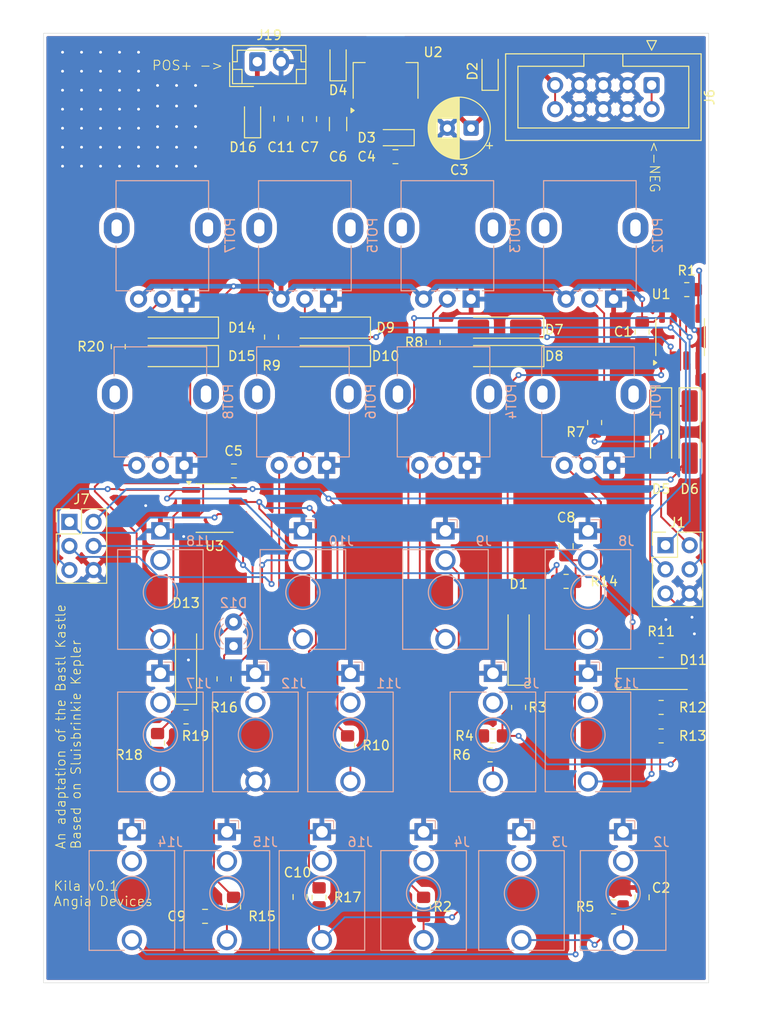
<source format=kicad_pcb>
(kicad_pcb (version 20241229) (generator "pcbnew") (generator_version "9.0")
  (layers (0 "F.Cu" signal) (2 "B.Cu" signal) (13 "F.Paste" user) (15 "B.Paste" user) (5 "F.SilkS" user "F.Silkscreen") (7 "B.SilkS" user "B.Silkscreen") (1 "F.Mask" user) (3 "B.Mask" user) (25 "Edge.Cuts" user))
  (net 0 "")
  (net 1 "+5V")
  (net 2 "GND")
  (net 3 "Net-(C2-Pad1)")
  (net 4 "+12V")
  (net 5 "Net-(D3-A)")
  (net 6 "/RNGL_OUT")
  (net 7 "/LFO_TRI")
  (net 8 "/LFO_PLS")
  (net 9 "/RESET")
  (net 10 "Net-(D2-A)")
  (net 11 "Net-(D5-A)")
  (net 12 "/PITCH")
  (net 13 "Net-(D6-A)")
  (net 14 "/TMBR")
  (net 15 "Net-(D7-A)")
  (net 16 "Net-(D8-A)")
  (net 17 "Net-(D9-A)")
  (net 18 "/WS")
  (net 19 "Net-(D10-A)")
  (net 20 "/RNG_MODE")
  (net 21 "/MISO_LFO")
  (net 22 "Net-(D12-K)")
  (net 23 "/LFO_RESET")
  (net 24 "Net-(D14-A)")
  (net 25 "/LFO_MIX")
  (net 26 "Net-(D15-A)")
  (net 27 "/MOSI")
  (net 28 "/MISO")
  (net 30 "Net-(J3-PadT)")
  (net 32 "Net-(J4-PadT)")
  (net 35 "Net-(J5-PadT)")
  (net 36 "Net-(J6-Pin_1)")
  (net 37 "/MOSI_LFO")
  (net 38 "/SCK_LFO")
  (net 39 "Net-(POT1A-Right)")
  (net 40 "Net-(POT4A-Right)")
  (net 41 "Net-(POT6A-Right)")
  (net 43 "Net-(J11-PadT)")
  (net 45 "Net-(J13-PadT)")
  (net 50 "Net-(J17-PadT)")
  (net 52 "Net-(POT8A-Right)")
  (net 54 "Net-(R4-Pad2)")
  (net 55 "Net-(R12-Pad2)")
  (net 56 "Net-(D16-A)")
  (footprint "Resistor_SMD:R_0805_2012Metric_Pad1.20x1.40mm_HandSolder" (layer "F.Cu") (at 145 102 180)
    (property "Reference" "R11")
    (property "Value" "100k")
  )
  (footprint "Diode_SMD:D_SOD-323_HandSoldering" (layer "F.Cu") (at 111 40 90)
    (property "Reference" "D4")
    (property "Value" "1N5819WS")
  )
  (footprint "Resistor_SMD:R_0805_2012Metric_Pad1.20x1.40mm_HandSolder" (layer "F.Cu") (at 100 129 -90)
    (property "Reference" "R15")
    (property "Value" "1k")
  )
  (footprint "Connector_JST:JST_EH_B2B-EH-A_1x02_P2.50mm_Vertical" (layer "F.Cu") (at 102.5 40)
    (property "Reference" "J19")
    (property "Value" "Conn_01x02_Pin")
  )
  (footprint "Capacitor_SMD:C_0805_2012Metric_Pad1.18x1.45mm_HandSolder" (layer "F.Cu") (at 108 46.0375 -90)
    (property "Reference" "C7")
    (property "Value" "100n")
  )
  (footprint "Resistor_SMD:R_0805_2012Metric_Pad1.20x1.40mm_HandSolder" (layer "F.Cu") (at 121 69.5625 90)
    (property "Reference" "R8")
    (property "Value" "100k")
  )
  (footprint "Connector_IDC:IDC-Header_2x05_P2.54mm_Vertical" (layer "F.Cu") (at 144 42.46 -90)
    (property "Reference" "J6")
    (property "Value" "Eurorack Power")
  )
  (footprint "Diode_SMD:D_MiniMELF_Handsoldering" (layer "F.Cu") (at 93.75 68 180)
    (property "Reference" "D14")
    (property "Value" "5.1V Zener")
  )
  (footprint "Diode_SMD:D_SOD-323_HandSoldering" (layer "F.Cu") (at 127 41 90)
    (property "Reference" "D2")
    (property "Value" "1N5819WS")
  )
  (footprint "Resistor_SMD:R_0805_2012Metric_Pad1.20x1.40mm_HandSolder" (layer "F.Cu") (at 145 108)
    (property "Reference" "R12")
    (property "Value" "100k")
  )
  (footprint "Package_TO_SOT_SMD:SOT-223-3_TabPin2" (layer "F.Cu") (at 116 42 90)
    (property "Reference" "U2")
    (property "Value" "AMS1117-5.0")
  )
  (footprint "Diode_SMD:D_MiniMELF_Handsoldering" (layer "F.Cu") (at 93.75 71 180)
    (property "Reference" "D15")
    (property "Value" "5.1V Zener")
  )
  (footprint "Resistor_SMD:R_0805_2012Metric_Pad1.20x1.40mm_HandSolder" (layer "F.Cu") (at 109 128 -90)
    (property "Reference" "R17")
    (property "Value" "1k")
  )
  (footprint "Capacitor_SMD:C_0805_2012Metric_Pad1.18x1.45mm_HandSolder" (layer "F.Cu") (at 117.0375 50 180)
    (property "Reference" "C4")
    (property "Value" "100n")
  )
  (footprint "Diode_SMD:D_MiniMELF_Handsoldering" (layer "F.Cu") (at 128 68 180)
    (property "Reference" "D7")
    (property "Value" "5.1V Zener")
  )
  (footprint "Connector_PinHeader_2.54mm:PinHeader_2x03_P2.54mm_Vertical" (layer "F.Cu") (at 145.46 90.92)
    (property "Reference" "J1")
    (property "Value" "Conn_02x03_Odd_Even")
  )
  (footprint "Resistor_SMD:R_0805_2012Metric_Pad1.20x1.40mm_HandSolder" (layer "F.Cu") (at 127 113)
    (property "Reference" "R6")
    (property "Value" "100k")
  )
  (footprint "Capacitor_SMD:C_1206_3216Metric_Pad1.33x1.80mm_HandSolder" (layer "F.Cu") (at 111 46.5625 90)
    (property "Reference" "C6")
    (property "Value" "22uF")
  )
  (footprint "Resistor_SMD:R_0805_2012Metric_Pad1.20x1.40mm_HandSolder" (layer "F.Cu") (at 92 111.75 -90)
    (property "Reference" "R18")
    (property "Value" "1k")
  )
  (footprint "Connector_PinHeader_2.54mm:PinHeader_2x03_P2.54mm_Vertical" (layer "F.Cu") (at 82.725 88.46)
    (property "Reference" "J7")
    (property "Value" "Conn_02x03_Odd_Even")
  )
  (footprint "Resistor_SMD:R_0805_2012Metric_Pad1.20x1.40mm_HandSolder" (layer "F.Cu") (at 112 112 -90)
    (property "Reference" "R10")
    (property "Value" "1k")
  )
  (footprint "Diode_SMD:D_MiniMELF_Handsoldering" (layer "F.Cu") (at 109.75 71 180)
    (property "Reference" "D10")
    (property "Value" "5.1V Zener")
  )
  (footprint "Diode_SMD:D_MiniMELF_Handsoldering" (layer "F.Cu") (at 130 101 90)
    (property "Reference" "D1")
    (property "Value" "5.1V Zener")
  )
  (footprint "Capacitor_SMD:C_0805_2012Metric_Pad1.18x1.45mm_HandSolder" (layer "F.Cu") (at 107 127.9625 90)
    (property "Reference" "C10")
    (property "Value" "470nF")
  )
  (footprint "Capacitor_SMD:C_0805_2012Metric_Pad1.18x1.45mm_HandSolder" (layer "F.Cu") (at 135 91 90)
    (property "Reference" "C8")
    (property "Value" "470nF")
  )
  (footprint "Resistor_SMD:R_0805_2012Metric_Pad1.20x1.40mm_HandSolder" (layer "F.Cu") (at 127.3 111 180)
    (property "Reference" "R4")
    (property "Value" "100k")
  )
  (footprint "Diode_SMD:D_MiniMELF_Handsoldering" (layer "F.Cu") (at 128 71 180)
    (property "Reference" "D8")
    (property "Value" "5.1V Zener")
  )
  (footprint "Capacitor_SMD:C_0805_2012Metric_Pad1.18x1.45mm_HandSolder" (layer "F.Cu") (at 143 68.4375 -90)
    (property "Reference" "C1")
    (property "Value" "1uF")
  )
  (footprint "Capacitor_SMD:C_0805_2012Metric_Pad1.18x1.45mm_HandSolder" (layer "F.Cu") (at 105 46 -90)
    (property "Reference" "C11")
    (property "Value" "100n")
  )
  (footprint "Diode_SMD:D_MiniMELF_Handsoldering" (layer "F.Cu") (at 145 105)
    (property "Reference" "D11")
    (property "Value" "5.1V Zener")
  )
  (footprint "Capacitor_SMD:C_0805_2012Metric_Pad1.18x1.45mm_HandSolder" (layer "F.Cu") (at 97 130 180)
    (property "Reference" "C9")
    (property "Value" "470nF")
  )
  (footprint "Resistor_SMD:R_0805_2012Metric_Pad1.20x1.40mm_HandSolder" (layer "F.Cu") (at 130 108 90)
    (property "Reference" "R3")
    (property "Value" "100k")
  )
  (footprint "Resistor_SMD:R_0805_2012Metric_Pad1.20x1.40mm_HandSolder" (layer "F.Cu") (at 120 129 -90)
    (property "Reference" "R2")
    (property "Value" "1k")
  )
  (footprint "Capacitor_SMD:C_0805_2012Metric_Pad1.18x1.45mm_HandSolder" (layer "F.Cu") (at 100.0375 83.095)
    (property "Reference" "C5")
    (property "Value" "1uF")
  )
  (footprint "Resistor_SMD:R_0805_2012Metric_Pad1.20x1.40mm_HandSolder" (layer "F.Cu") (at 140 129)
    (property "Reference" "R5")
    (property "Value" "1k")
  )
  (footprint "Capacitor_SMD:C_0805_2012Metric_Pad1.18x1.45mm_HandSolder" (layer "F.Cu") (at 143 128 90)
    (property "Reference" "C2")
    (property "Value" "470nF")
  )
  (footprint "Diode_SMD:D_MiniMELF_Handsoldering" (layer "F.Cu") (at 148 79 -90)
    (property "Reference" "D6")
    (property "Value" "5.1V Zener")
  )
  (footprint "Resistor_SMD:R_0805_2012Metric_Pad1.20x1.40mm_HandSolder" (layer "F.Cu") (at 95 109 180)
    (property "Reference" "R19")
    (property "Value" "100k")
  )
  (footprint "Resistor_SMD:R_0805_2012Metric_Pad1.20x1.40mm_HandSolder" (layer "F.Cu") (at 135 94.723644)
    (property "Reference" "R14")
    (property "Value" "1k")
  )
  (footprint "Package_SO:SOIC-8_3.9x4.9mm_P1.27mm" (layer "F.Cu") (at 147 69 90)
    (property "Reference" "U1")
    (property "Value" "ATtiny85-20P")
  )
  (footprint "Capacitor_THT:CP_Radial_D6.3mm_P2.50mm" (layer "F.Cu") (at 125 47 180)
    (property "Reference" "C3")
    (property "Value" "100uF")
  )
  (footprint "Resistor_SMD:R_0805_2012Metric_Pad1.20x1.40mm_HandSolder" (layer "F.Cu") (at 147.7 64 180)
    (property "Reference" "R1")
    (property "Value" "1k")
  )
  (footprint "Diode_SMD:D_MiniMELF_Handsoldering" (layer "F.Cu") (at 109.75 68 180)
    (property "Reference" "D9")
    (property "Value" "5.1V Zener")
  )
  (footprint "Resistor_SMD:R_0805_2012Metric_Pad1.20x1.40mm_HandSolder" (layer "F.Cu") (at 138 78 -90)
    (property "Reference" "R7")
    (property "Value" "100k")
  )
  (footprint "Diode_SMD:D_MiniMELF_Handsoldering" (layer "F.Cu") (at 95 103 90)
    (property "Reference" "D13")
    (property "Value" "5.1V Zener")
  )
  (footprint "Diode_SMD:D_SOD-323_HandSoldering" (layer "F.Cu") (at 102 46 90)
    (property "Reference" "D16")
    (property "Value" "1N5819WS")
  )
  (footprint "Resistor_SMD:R_0805_2012Metric_Pad1.20x1.40mm_HandSolder" (layer "F.Cu") (at 104 69 90)
    (property "Reference" "R9")
    (property "Value" "100k")
  )
  (footprint "Package_SO:SOIC-8_3.9x4.9mm_P1.27mm" (layer "F.Cu") (at 98 87)
    (property "Reference" "U3")
    (property "Value" "ATtiny85-20P")
  )
  (footprint "Diode_SMD:D_SOD-323_HandSoldering" (layer "F.Cu") (at 117 48 180)
    (property "Reference" "D3")
    (property "Value" "1N5819WS")
  )
  (footprint "Resistor_SMD:R_0805_2012Metric_Pad1.20x1.40mm_HandSolder" (layer "F.Cu") (at 145 111 180)
    (property "Reference" "R13")
    (property "Value" "100k")
  )
  (footprint "Diode_SMD:D_MiniMELF_Handsoldering" (layer "F.Cu") (at 145 79 -90)
    (property "Reference" "D5")
    (property "Value" "5.1V Zener")
  )
  (footprint "Resistor_SMD:R_0805_2012Metric_Pad1.20x1.40mm_HandSolder" (layer "F.Cu") (at 87.865 70 90)
    (property "Reference" "R20")
    (property "Value" "100k")
  )
  (footprint "Resistor_SMD:R_0805_2012Metric_Pad1.20x1.40mm_HandSolder" (layer "F.Cu") (at 99 105 -90)
    (property "Reference" "R16")
    (property "Value" "1k")
  )
  (footprint "Connector_Audio:Jack_3.5mm_QingPu_WQP-PJ398SM_Vertical_CircularHoles" (layer "B.Cu") (at 89.3 121.1 180)
    (property "Reference" "J14")
    (property "Value" "RUNGLER_OUT")
  )
  (footprint "Connector_Audio:Jack_3.5mm_QingPu_WQP-PJ398SM_Vertical_CircularHoles" (layer "B.Cu") (at 109.3 121.1 180)
    (property "Reference" "J16")
    (property "Value" "LFO_SQR")
  )
  (footprint "Connector_Audio:Jack_3.5mm_QingPu_WQP-PJ398SM_Vertical_CircularHoles" (layer "B.Cu") (at 122.3 89.4 180)
    (property "Reference" "J9")
    (property "Value" "TIMBRE_CV")
  )
  (footprint "Connector_Audio:Jack_3.5mm_QingPu_WQP-PJ398SM_Vertical_CircularHoles" (layer "B.Cu") (at 141 121.1 180)
    (property "Reference" "J2")
    (property "Value" "MIX_OR_OUT")
  )
  (footprint "Connector_Audio:Jack_3.5mm_QingPu_WQP-PJ398SM_Vertical_CircularHoles" (layer "B.Cu") (at 112.3 104.4 180)
    (property "Reference" "J11")
    (property "Value" "5V_PATCH")
  )
  (footprint "Connector_Audio:Jack_3.5mm_QingPu_WQP-PJ398SM_Vertical_CircularHoles" (layer "B.Cu") (at 130.3 121.1 180)
    (property "Reference" "J3")
    (property "Value" "OSC_OUT")
  )
  (footprint "Connector_Audio:Jack_3.5mm_QingPu_WQP-PJ398SM_Vertical_CircularHoles" (layer "B.Cu") (at 102.3 104.4 180)
    (property "Reference" "J12")
    (property "Value" "0V_PATCH")
  )
  (footprint "Connector_Audio:Jack_3.5mm_QingPu_WQP-PJ398SM_Vertical_CircularHoles" (layer "B.Cu") (at 92.3 104.4 180)
    (property "Reference" "J17")
    (property "Value" "LFO_RESET")
  )
  (footprint "Connector_Audio:Jack_3.5mm_QingPu_WQP-PJ398SM_Vertical_CircularHoles" (layer "B.Cu") (at 137.3 104.4 180)
    (property "Reference" "J13")
    (property "Value" "RNG_CV")
  )
  (footprint "Connector_Audio:Jack_3.5mm_QingPu_WQP-PJ398SM_Vertical_CircularHoles" (layer "B.Cu") (at 127.3 104.4 180)
    (property "Reference" "J5")
    (property "Value" "MODE")
  )
  (footprint "Potentiometer_THT:Potentiometer_Alpha_RD901F-40-00D_Single_Vertical" (layer "B.Cu") (at 140 65 90)
    (property "Reference" "POT2")
    (property "Value" "PITCH")
  )
  (footprint "Connector_Audio:Jack_3.5mm_QingPu_WQP-PJ398SM_Vertical_CircularHoles" (layer "B.Cu") (at 92.3 89.4 180)
    (property "Reference" "J18")
    (property "Value" "LFO_CV")
  )
  (footprint "LED_THT:LED_D3.0mm" (layer "B.Cu") (at 100 101.54 90)
    (property "Reference" "D12")
    (property "Value" "LED")
  )
  (footprint "Potentiometer_THT:Potentiometer_Alpha_RD901F-40-00D_Single_Vertical" (layer "B.Cu") (at 94.8 82.5 90)
    (property "Reference" "POT8")
    (property "Value" "LFO_ATTEN")
  )
  (footprint "Potentiometer_THT:Potentiometer_Alpha_RD901F-40-00D_Single_Vertical" (layer "B.Cu") (at 110 65 90)
    (property "Reference" "POT5")
    (property "Value" "WAVESHAPE")
  )
  (footprint "Connector_Audio:Jack_3.5mm_QingPu_WQP-PJ398SM_Vertical_CircularHoles" (layer "B.Cu") (at 120 121.1 180)
    (property "Reference" "J4")
    (property "Value" "OSC_SQR")
  )
  (footprint "Potentiometer_THT:Potentiometer_Alpha_RD901F-40-00D_Single_Vertical" (layer "B.Cu") (at 109.8 82.5 90)
    (property "Reference" "POT6")
    (property "Value" "WS_ATTEN")
  )
  (footprint "Connector_Audio:Jack_3.5mm_QingPu_WQP-PJ398SM_Vertical_CircularHoles" (layer "B.Cu") (at 99.3 121.1 180)
    (property "Reference" "J15")
    (property "Value" "LFO_TRI")
  )
  (footprint "Potentiometer_THT:Potentiometer_Alpha_RD901F-40-00D_Single_Vertical" (layer "B.Cu") (at 125 65 90)
    (property "Reference" "POT3")
    (property "Value" "TIMBRE")
  )
  (footprint "Potentiometer_THT:Potentiometer_Alpha_RD901F-40-00D_Single_Vertical" (layer "B.Cu") (at 139.8 82.5 90)
    (property "Reference" "POT1")
    (property "Value" "PITCH_ATTEN")
  )
  (footprint "Connector_Audio:Jack_3.5mm_QingPu_WQP-PJ398SM_Vertical_CircularHoles" (layer "B.Cu") (at 137.3 89.4 180)
    (property "Reference" "J8")
    (property "Value" "PITCH_CV")
  )
  (footprint "Potentiometer_THT:Potentiometer_Alpha_RD901F-40-00D_Single_Vertical" (layer "B.Cu") (at 95 65 90)
    (property "Reference" "POT7")
    (property "Value" "LFO_RATE")
  )
  (footprint "Connector_Audio:Jack_3.5mm_QingPu_WQP-PJ398SM_Vertical_CircularHoles" (layer "B.Cu") (at 107.3 89.4 180)
    (property "Reference" "J10")
    (property "Value" "WAVESHAPE_CV")
  )
  (footprint "Potentiometer_THT:Potentiometer_Alpha_RD901F-40-00D_Single_Vertical" (layer "B.Cu") (at 124.6 82.5 90)
    (property "Reference" "POT4")
    (property "Value" "TIMBRE_ATTEN")
  )
  (gr_rect (start 80 37) (end 150 137) (stroke (width 0.05)) (fill no) (layer "Edge.Cuts"))
  (gr_text "Kila v0.1\nAngia Devices\n" (at 81 129 0) (layer "F.SilkS") (effects (font (size 1 1) (thickness 0.1)) (justify left bottom)))
  (gr_text "POS+ ->" (at 91.356864 40.974317 0) (layer "F.SilkS") (effects (font (size 1 1) (thickness 0.1)) (justify left bottom)))
  (gr_text "An adaptation of the Bastl Kastle\nBased on Sluisbrinkie Kepler" (at 84 123 90) (layer "F.SilkS") (effects (font (size 1 1) (thickness 0.1)) (justify left bottom)))
  (gr_text "<-NEG" (at 143.731323 48.29 270) (layer "F.SilkS") (effects (font (size 1 1) (thickness 0.1)) (justify left bottom)))
  (segment (start 110.934 86.934) (end 110.934 109.934) (width 0.2) (layer "F.Cu") (net 1))
  (segment (start 104.2875 44.9625) (end 102 47.25) (width 0.5) (layer "F.Cu") (net 1))
  (segment (start 110.934 109.934) (end 112 111) (width 0.2) (layer "F.Cu") (net 1))
  (segment (start 145 87.92) (end 148 90.92) (width 0.2) (layer "F.Cu") (net 1))
  (segment (start 144.22 67.4) (end 145.095 66.525) (width 0.2) (layer "F.Cu") (net 1))
  (segment (start 108 45) (end 105.0375 45) (width 0.5) (layer "F.Cu") (net 1))
  (segment (start 143 67.4) (end 143 65) (width 0.2) (layer "F.Cu") (net 1))
  (segment (start 99 83.095) (end 99 64.649) (width 0.2) (layer "F.Cu") (net 1))
  (segment (start 143 67.4) (end 144.22 67.4) (width 0.2) (layer "F.Cu") (net 1))
  (segment (start 105.0375 45) (end 105 44.9625) (width 0.5) (layer "F.Cu") (net 1))
  (segment (start 105 50.25) (end 105 65) (width 0.5) (layer "F.Cu") (net 1))
  (segment (start 102 85) (end 100.57 85) (width 0.2) (layer "F.Cu") (net 1))
  (segment (start 102 47.25) (end 105 50.25) (width 0.5) (layer "F.Cu") (net 1))
  (segment (start 99 83.62) (end 99 83.095) (width 0.2) (layer "F.Cu") (net 1))
  (segment (start 105 44.9625) (end 104.2875 44.9625) (width 0.5) (layer "F.Cu") (net 1))
  (segment (start 145 85) (end 145 87.92) (width 0.2) (layer "F.Cu") (net 1))
  (segment (start 100.57 85) (end 100.475 85.095) (width 0.2) (layer "F.Cu") (net 1))
  (segment (start 111 42) (end 108 45) (width 0.5) (layer "F.Cu") (net 1))
  (segment (start 111 41.25) (end 111 42) (width 0.5) (layer "F.Cu") (net 1))
  (segment (start 110 86) (end 110.934 86.934) (width 0.2) (layer "F.Cu") (net 1))
  (segment (start 99 64.649) (end 100 63.649) (width 0.2) (layer "F.Cu") (net 1))
  (segment (start 100.475 85.095) (end 99 83.62) (width 0.2) (layer "F.Cu") (net 1))
  (via (at 143 65) (size 0.635) (drill 0.3) (layers "F.Cu" "B.Cu") (net 1))
  (via (at 145 85) (size 0.635) (drill 0.3) (layers "F.Cu" "B.Cu") (net 1))
  (via (at 110 86) (size 0.635) (drill 0.3) (layers "F.Cu" "B.Cu") (net 1))
  (via (at 102 85) (size 0.635) (drill 0.3) (layers "F.Cu" "B.Cu") (net 1))
  (via (at 100 63.649) (size 0.635) (drill 0.3) (layers "F.Cu" "B.Cu") (net 1))
  (segment (start 136.351 63.649) (end 141.649 63.649) (width 0.5) (layer "B.Cu") (net 1))
  (segment (start 85.265 88.46) (end 88.725 85) (width 0.2) (layer "B.Cu") (net 1))
  (segment (start 133.649 63.649) (end 135 65) (width 0.5) (layer "B.Cu") (net 1))
  (segment (start 105 65) (end 106.351 63.649) (width 0.5) (layer "B.Cu") (net 1))
  (segment (start 91.351 63.649) (end 100 63.649) (width 0.5) (layer "B.Cu") (net 1))
  (segment (start 118.649 63.649) (end 120 65) (width 0.5) (layer "B.Cu") (net 1))
  (segment (start 141.649 63.649) (end 143 65) (width 0.5) (layer "B.Cu") (net 1))
  (segment (start 100 63.649) (end 103.649 63.649) (width 0.5) (layer "B.Cu") (net 1))
  (segment (start 110 86) (end 109 85) (width 0.2) (layer "B.Cu") (net 1))
  (segment (start 106.351 63.649) (end 118.649 63.649) (width 0.5) (layer "B.Cu") (net 1))
  (segment (start 120 65) (end 121.351 63.649) (width 0.5) (layer "B.Cu") (net 1))
  (segment (start 109 85) (end 102 85) (width 0.2) (layer "B.Cu") (net 1))
  (segment (start 88.725 85) (end 102 85) (width 0.2) (layer "B.Cu") (net 1))
  (segment (start 121.351 63.649) (end 133.649 63.649) (width 0.5) (layer "B.Cu") (net 1))
  (segment (start 103.649 63.649) (end 105 65) (width 0.5) (layer "B.Cu") (net 1))
  (segment (start 145 85) (end 144 86) (width 0.2) (layer "B.Cu") (net 1))
  (segment (start 135 65) (end 136.351 63.649) (width 0.5) (layer "B.Cu") (net 1))
  (segment (start 144 86) (end 110 86) (width 0.2) (layer "B.Cu") (net 1))
  (segment (start 90 65) (end 91.351 63.649) (width 0.5) (layer "B.Cu") (net 1))
  (via (at 148.5 68.25) (size 0.635) (drill 0.3) (layers "F.Cu" "B.Cu") (net 2))
  (via (at 148.5 100.25) (size 0.635) (drill 0.3) (layers "F.Cu" "B.Cu") (net 2))
  (via (at 88 41) (size 0.635) (drill 0.3) (layers "F.Cu" "B.Cu") (net 2))
  (via (at 84 45) (size 0.635) (drill 0.3) (layers "F.Cu" "B.Cu") (net 2))
  (via (at 92 44.666667) (size 0.635) (drill 0.3) (layers "F.Cu" "B.Cu") (net 2))
  (via (at 86 49) (size 0.635) (drill 0.3) (layers "F.Cu" "B.Cu") (net 2))
  (via (at 96 51) (size 0.635) (drill 0.3) (layers "F.Cu" "B.Cu") (net 2))
  (via (at 88 43) (size 0.635) (drill 0.3) (layers "F.Cu" "B.Cu") (net 2))
  (via (at 84 39) (size 0.635) (drill 0.3) (layers "F.Cu" "B.Cu") (net 2))
  (via (at 94 51) (size 0.635) (drill 0.3) (layers "F.Cu" "B.Cu") (net 2))
  (via (at 90.75 86.75) (size 0.635) (drill 0.3) (layers "F.Cu" "B.Cu") (net 2))
  (via (at 145.5 98.75) (size 0.635) (drill 0.3) (layers "F.Cu" "B.Cu") (net 2))
  (via (at 92 51) (size 0.635) (drill 0.3) (layers "F.Cu" "B.Cu") (net 2))
  (via (at 82 39) (size 0.635) (drill 0.3) (layers "F.Cu" "B.Cu") (net 2))
  (via (at 92 42.5) (size 0.635) (drill 0.3) (layers "F.Cu" "B.Cu") (net 2))
  (via (at 90 43) (size 0.635) (drill 0.3) (layers "F.Cu" "B.Cu") (net 2))
  (via (at 96 42.5) (size 0.635) (drill 0.3) (layers "F.Cu" "B.Cu") (net 2))
  (via (at 90 49) (size 0.635) (drill 0.3) (layers "F.Cu" "B.Cu") (net 2))
  (via (at 86 43) (size 0.635) (drill 0.3) (layers "F.Cu" "B.Cu") (net 2))
  (via (at 90 39) (size 0.635) (drill 0.3) (layers "F.Cu" "B.Cu") (net 2))
  (via (at 90 47) (size 0.635) (drill 0.3) (layers "F.Cu" "B.Cu") (net 2))
  (via (at 94 42.5) (size 0.635) (drill 0.3) (layers "F.Cu" "B.Cu") (net 2))
  (via (at 86 45) (size 0.635) (drill 0.3) (layers "F.Cu" "B.Cu") (net 2))
  (via (at 82 49) (size 0.635) (drill 0.3) (layers "F.Cu" "B.Cu") (net 2))
  (via (at 96 49) (size 0.635) (drill 0.3) (layers "F.Cu" "B.Cu") (net 2))
  (via (at 82 41) (size 0.635) (drill 0.3) (layers "F.Cu" "B.Cu") (net 2))
  (via (at 88 49) (size 0.635) (drill 0.3) (layers "F.Cu" "B.Cu") (net 2))
  (via (at 90 45) (size 0.635) (drill 0.3) (layers "F.Cu" "B.Cu") (net 2))
  (via (at 90 51) (size 0.635) (drill 0.3) (layers "F.Cu" "B.Cu") (net 2))
  (via (at 88 45) (size 0.635) (drill 0.3) (layers "F.Cu" "B.Cu") (net 2))
  (via (at 95.25 103) (size 0.635) (drill 0.3) (layers "F.Cu" "B.Cu") (net 2))
  (via (at 90 41) (size 0.635) (drill 0.3) (layers "F.Cu" "B.Cu") (net 2))
  (via (at 92 49) (size 0.635) (drill 0.3) (layers "F.Cu" "B.Cu") (net 2))
  (via (at 84 51) (size 0.635) (drill 0.3) (layers "F.Cu" "B.Cu") (net 2))
  (via (at 84 49) (size 0.635) (drill 0.3) (layers "F.Cu" "B.Cu") (net 2))
  (via (at 84 41) (size 0.635) (drill 0.3) (layers "F.Cu" "B.Cu") (net 2))
  (via (at 92 46.833333) (size 0.635) (drill 0.3) (layers "F.Cu" "B.Cu") (net 2))
  (via (at 86 41) (size 0.635) (drill 0.3) (layers "F.Cu" "B.Cu") (net 2))
  (via (at 86 51) (size 0.635) (drill 0.3) (layers "F.Cu" "B.Cu") (net 2))
  (via (at 94 46.833333) (size 0.635) (drill 0.3) (layers "F.Cu" "B.Cu") (net 2))
  (via (at 88 51) (size 0.635) (drill 0.3) (layers "F.Cu" "B.Cu") (net 2))
  (via (at 86 47) (size 0.635) (drill 0.3) (layers "F.Cu" "B.Cu") (net 2))
  (via (at 96 44.666667) (size 0.635) (drill 0.3) (layers "F.Cu" "B.Cu") (net 2))
  (via (at 86 39) (size 0.635) (drill 0.3) (layers "F.Cu" "B.Cu") (net 2))
  (via (at 88 39) (size 0.635) (drill 0.3) (layers "F.Cu" "B.Cu") (net 2))
  (via (at 94.75 90) (size 0.635) (drill 0.3) (layers "F.Cu" "B.Cu") (net 2))
  (via (at 94 49) (size 0.635) (drill 0.3) (layers "F.Cu" "B.Cu") (net 2))
  (via (at 96 46.833333) (size 0.635) (drill 0.3) (layers "F.Cu" "B.Cu") (net 2))
  (via (at 84 43) (size 0.635) (drill 0.3) (layers "F.Cu" "B.Cu") (net 2))
  (via (at 84 47) (size 0.635) (drill 0.3) (layers "F.Cu" "B.Cu") (net 2))
  (via (at 82 45) (size 0.635) (drill 0.3) (layers "F.Cu" "B.Cu") (net 2))
  (via (at 82 47) (size 0.635) (drill 0.3) (layers "F.Cu" "B.Cu") (net 2))
  (via (at 82 43) (size 0.635) (drill 0.3) (layers "F.Cu" "B.Cu") (net 2))
  (via (at 82 51) (size 0.635) (drill 0.3) (layers "F.Cu" "B.Cu") (net 2))
  (via (at 94 44.666667) (size 0.635) (drill 0.3) (layers "F.Cu" "B.Cu") (net 2))
  (via (at 88 47) (size 0.635) (drill 0.3) (layers "F.Cu" "B.Cu") (net 2))
  (via (at 148.25 98.5) (size 0.635) (drill 0.3) (layers "F.Cu" "B.Cu") (net 2))
  (segment (start 92.3 104.4) (end 93.85 104.4) (width 0.2) (layer "B.Cu") (net 2))
  (segment (start 93.85 104.4) (end 95.25 103) (width 0.2) (layer "B.Cu") (net 2))
  (segment (start 94.15 89.4) (end 94.75 90) (width 0.2) (layer "B.Cu") (net 2))
  (segment (start 92.3 89.4) (end 94.15 89.4) (width 0.2) (layer "B.Cu") (net 2))
  (segment (start 144.901 127.1365) (end 143 129.0375) (width 0.2) (layer "F.Cu") (net 3))
  (segment (start 145.157968 74.299) (end 144.16484 74.299) (width 0.2) (layer "F.Cu") (net 3))
  (segment (start 143.849 100.26284) (end 144.901 101.31484) (width 0.2) (layer "F.Cu") (net 3))
  (segment (start 141 129) (end 141 132.5) (width 0.2) (layer "F.Cu") (net 3))
  (segment (start 147 72.456968) (end 145.157968 74.299) (width 0.2) (layer "F.Cu") (net 3))
  (segment (start 142.0375 129.0375) (end 142 129) (width 0.2) (layer "F.Cu") (net 3))
  (segment (start 147 64) (end 147 72.456968) (width 0.2) (layer "F.Cu") (net 3))
  (segment (start 143 129.0375) (end 142.0375 129.0375) (width 0.2) (layer "F.Cu") (net 3))
  (segment (start 144.901 101.31484) (end 144.901 127.1365) (width 0.2) (layer "F.Cu") (net 3))
  (segment (start 144.16484 74.299) (end 143.849 74.61484) (width 0.2) (layer "F.Cu") (net 3))
  (segment (start 143.849 74.61484) (end 143.849 100.26284) (width 0.2) (layer "F.Cu") (net 3))
  (segment (start 142 129) (end 141 129) (width 0.2) (layer "F.Cu") (net 3))
  (segment (start 127 42.25) (end 127 45) (width 0.5) (layer "F.Cu") (net 4))
  (segment (start 123.15 45.15) (end 118.3 45.15) (width 0.5) (layer "F.Cu") (net 4))
  (segment (start 125 47) (end 123.15 45.15) (width 0.5) (layer "F.Cu") (net 4))
  (segment (start 118.075 50) (end 118.075 48.175) (width 0.5) (layer "F.Cu") (net 4))
  (segment (start 118.25 48) (end 118.25 45.2) (width 0.5) (layer "F.Cu") (net 4))
  (segment (start 127 45) (end 125 47) (width 0.5) (layer "F.Cu") (net 4))
  (segment (start 118.075 48.175) (end 118.25 48) (width 0.5) (layer "F.Cu") (net 4))
  (segment (start 118.25 45.2) (end 118.3 45.15) (width 0.5) (layer "F.Cu") (net 4))
  (segment (start 111.1 38.85) (end 111 38.75) (width 0.5) (layer "F.Cu") (net 5))
  (segment (start 115.75 48) (end 115.75 45.4) (width 0.5) (layer "F.Cu") (net 5))
  (segment (start 116 45.15) (end 116 38.85) (width 0.5) (layer "F.Cu") (net 5))
  (segment (start 116 38.85) (end 111.1 38.85) (width 0.5) (layer "F.Cu") (net 5))
  (segment (start 115.75 48) (end 111.125 48) (width 0.5) (layer "F.Cu") (net 5))
  (segment (start 111.125 48) (end 111 48.125) (width 0.5) (layer "F.Cu") (net 5))
  (segment (start 115.75 45.4) (end 116 45.15) (width 0.5) (layer "F.Cu") (net 5))
  (segment (start 135.934 133.934) (end 135.934 94.789644) (width 0.2) (layer "F.Cu") (net 6))
  (segment (start 137.3 92.5) (end 135.4625 92.5) (width 0.2) (layer "F.Cu") (net 6))
  (segment (start 136 93.0375) (end 135 92.0375) (width 0.2) (layer "F.Cu") (net 6))
  (segment (start 135.4625 92.5) (end 135 92.0375) (width 0.2) (layer "F.Cu") (net 6))
  (segment (start 135.934 94.789644) (end 136 94.723644) (width 0.2) (layer "F.Cu") (net 6))
  (segment (start 136 134) (end 135.934 133.934) (width 0.2) (layer "F.Cu") (net 6))
  (segment (start 136 93.0375) (end 136 94.723644) (width 0.2) (layer "F.Cu") (net 6))
  (via (at 136 134) (size 0.635) (drill 0.3) (layers "F.Cu" "B.Cu") (net 6))
  (segment (start 90.8 134) (end 135 134) (width 0.2) (layer "B.Cu") (net 6))
  (segment (start 89.3 132.5) (end 90.8 134) (width 0.2) (layer "B.Cu") (net 6))
  (segment (start 135 134) (end 136 134) (width 0.2) (layer "B.Cu") (net 6))
  (segment (start 101 119.932) (end 101 129) (width 0.2) (layer "F.Cu") (net 7))
  (segment (start 99.3 130.7) (end 100 130) (width 0.2) (layer "F.Cu") (net 7))
  (segment (start 100 103.942) (end 100 118.932) (width 0.2) (layer "F.Cu") (net 7))
  (segment (start 103 100.942) (end 100 103.942) (width 0.2) (layer "F.Cu") (net 7))
  (segment (start 100 118.932) (end 101 119.932) (width 0.2) (layer "F.Cu") (net 7))
  (segment (start 99.3 132.5) (end 99.3 130.7) (width 0.2) (layer "F.Cu") (net 7))
  (segment (start 101 129) (end 100 130) (width 0.2) (layer "F.Cu") (net 7))
  (segment (start 98.0375 130) (end 100 130) (width 0.2) (layer "F.Cu") (net 7))
  (segment (start 103 93) (end 103 100.942) (width 0.2) (layer "F.Cu") (net 7))
  (via (at 103 93) (size 0.635) (drill 0.3) (layers "F.Cu" "B.Cu") (net 7))
  (segment (start 103.5 92.5) (end 103 93) (width 0.2) (layer "B.Cu") (net 7))
  (segment (start 107.3 92.5) (end 103.5 92.5) (width 0.2) (layer "B.Cu") (net 7))
  (segment (start 109 129) (end 109 132.2) (width 0.2) (layer "F.Cu") (net 8))
  (segment (start 107 129) (end 109 129) (width 0.2) (layer "F.Cu") (net 8))
  (segment (start 109 132.2) (end 109.3 132.5) (width 0.2) (layer "F.Cu") (net 8))
  (segment (start 122.3 92.5) (end 123.7 93.9) (width 0.2) (layer "F.Cu") (net 8))
  (segment (start 123.7 93.9) (end 123.7 129.4) (width 0.2) (layer "F.Cu") (net 8))
  (segment (start 123.7 129.4) (end 123 130.1) (width 0.2) (layer "F.Cu") (net 8))
  (via (at 123 130.1) (size 0.635) (drill 0.3) (layers "F.Cu" "B.Cu") (net 8))
  (segment (start 111.7 130.1) (end 109.3 132.5) (width 0.2) (layer "B.Cu") (net 8))
  (segment (start 123 130.1) (end 111.7 130.1) (width 0.2) (layer "B.Cu") (net 8))
  (segment (start 128.849 102.599) (end 128.849 74.151) (width 0.2) (layer "F.Cu") (net 9))
  (segment (start 147 102.96384) (end 145.302 104.66184) (width 0.2) (layer "F.Cu") (net 9))
  (segment (start 130 107) (end 130 103.75) (width 0.2) (layer "F.Cu") (net 9))
  (segment (start 130 111) (end 128.3 111) (width 0.2) (layer "F.Cu") (net 9))
  (segment (start 130 103.75) (end 128.849 102.599) (width 0.2) (layer "F.Cu") (net 9))
  (segment (start 145 71.57) (end 145.095 71.475) (width 0.2) (layer "F.Cu") (net 9))
  (segment (start 146.901 107.31484) (end 146.901 113.099) (width 0.2) (layer "F.Cu") (net 9))
  (segment (start 147 97.54) (end 147 102.96384) (width 0.2) (layer "F.Cu") (net 9))
  (segment (start 145.46 96) (end 147 97.54) (width 0.2) (layer "F.Cu") (net 9))
  (segment (start 128.849 74.151) (end 130 73) (width 0.2) (layer "F.Cu") (net 9))
  (segment (start 128.3 108.7) (end 130 107) (width 0.2) (layer "F.Cu") (net 9))
  (segment (start 146.901 113.099) (end 146 114) (width 0.2) (layer "F.Cu") (net 9))
  (segment (start 128.3 111) (end 128.3 108.7) (width 0.2) (layer "F.Cu") (net 9))
  (segment (start 145 73) (end 145 71.57) (width 0.2) (layer "F.Cu") (net 9))
  (segment (start 145.302 104.66184) (end 145.302 105.71584) (width 0.2) (layer "F.Cu") (net 9))
  (segment (start 145.302 105.71584) (end 146.901 107.31484) (width 0.2) (layer "F.Cu") (net 9))
  (via (at 130 111) (size 0.635) (drill 0.3) (layers "F.Cu" "B.Cu") (net 9))
  (via (at 145 73) (size 0.635) (drill 0.3) (layers "F.Cu" "B.Cu") (net 9))
  (via (at 130 73) (size 0.635) (drill 0.3) (layers "F.Cu" "B.Cu") (net 9))
  (via (at 146 114) (size 0.635) (drill 0.3) (layers "F.Cu" "B.Cu") (net 9))
  (segment (start 133 114) (end 130 111) (width 0.2) (layer "B.Cu") (net 9))
  (segment (start 130 73) (end 145 73) (width 0.2) (layer "B.Cu") (net 9))
  (segment (start 146 114) (end 133 114) (width 0.2) (layer "B.Cu") (net 9))
  (segment (start 127 39.75) (end 131.13 39.75) (width 0.5) (layer "F.Cu") (net 10))
  (segment (start 133.84 45) (end 133.84 42.46) (width 0.2) (layer "F.Cu") (net 10))
  (segment (start 131.13 39.75) (end 133.84 42.46) (width 0.5) (layer "F.Cu") (net 10))
  (segment (start 139.001 66.501) (end 139.001 77.999) (width 0.2) (layer "F.Cu") (net 11))
  (segment (start 145 79) (end 145 81.75) (width 0.2) (layer "F.Cu") (net 11))
  (segment (start 137.5 65) (end 139.001 66.501) (width 0.2) (layer "F.Cu") (net 11))
  (segment (start 139.001 77.999) (end 138 79) (width 0.2) (layer "F.Cu") (net 11))
  (segment (start 138 79) (end 138 80) (width 0.2) (layer "F.Cu") (net 11))
  (via (at 145 79) (size 0.635) (drill 0.3) (layers "F.Cu" "B.Cu") (net 11))
  (via (at 138 80) (size 0.635) (drill 0.3) (layers "F.Cu" "B.Cu") (net 11))
  (segment (start 144 80) (end 145 79) (width 0.2) (layer "B.Cu") (net 11))
  (segment (start 138 80) (end 144 80) (width 0.2) (layer "B.Cu") (net 11))
  (segment (start 148 71.84) (end 147.635 71.475) (width 0.2) (layer "F.Cu") (net 12))
  (segment (start 145 76.25) (end 148 76.25) (width 0.2) (layer "F.Cu") (net 12))
  (segment (start 148 76.25) (end 148 71.84) (width 0.2) (layer "F.Cu") (net 12))
  (segment (start 136.4 78.6) (end 136.4 81.6) (width 0.2) (layer "F.Cu") (net 13))
  (segment (start 146 84) (end 147 83) (width 0.2) (layer "F.Cu") (net 13))
  (segment (start 147 83) (end 147 82.75) (width 0.2) (layer "F.Cu") (net 13))
  (segment (start 147 82.75) (end 148 81.75) (width 0.2) (layer "F.Cu") (net 13))
  (segment (start 138 77) (end 136.4 78.6) (width 0.2) (layer "F.Cu") (net 13))
  (segment (start 136.4 81.6) (end 137.3 82.5) (width 0.2) (layer "F.Cu") (net 13))
  (via (at 146 84) (size 0.635) (drill 0.3) (layers "F.Cu" "B.Cu") (net 13))
  (segment (start 138.8 84) (end 137.3 82.5) (width 0.2) (layer "B.Cu") (net 13))
  (segment (start 146 84) (end 138.8 84) (width 0.2) (layer "B.Cu") (net 13))
  (segment (start 146 71.11) (end 146.365 71.475) (width 0.2) (layer "F.Cu") (net 14))
  (segment (start 130.75 68) (end 131.75 69) (width 0.2) (layer "F.Cu") (net 14))
  (segment (start 130.75 71) (end 130.75 68) (width 0.2) (layer "F.Cu") (net 14))
  (segment (start 131.75 69) (end 133 69) (width 0.2) (layer "F.Cu") (net 14))
  (segment (start 146 70) (end 146 71.11) (width 0.2) (layer "F.Cu") (net 14))
  (via (at 146 70) (size 0.635) (drill 0.3) (layers "F.Cu" "B.Cu") (net 14))
  (via (at 133 69) (size 0.635) (drill 0.3) (layers "F.Cu" "B.Cu") (net 14))
  (segment (start 145 69) (end 146 70) (width 0.2) (layer "B.Cu") (net 14))
  (segment (start 133 69) (end 145 69) (width 0.2) (layer "B.Cu") (net 14))
  (segment (start 125.25 68) (end 121.5625 68) (width 0.2) (layer "F.Cu") (net 15))
  (segment (start 121 66.5) (end 122.5 65) (width 0.2) (layer "F.Cu") (net 15))
  (segment (start 121 68.5625) (end 121 66.5) (width 0.2) (layer "F.Cu") (net 15))
  (segment (start 121.5625 68) (end 121 68.5625) (width 0.2) (layer "F.Cu") (net 15))
  (segment (start 122.1 82.5) (end 122.1 72) (width 0.2) (layer "F.Cu") (net 16))
  (segment (start 123.1 71) (end 122.1 72) (width 0.2) (layer "F.Cu") (net 16))
  (segment (start 125.25 71) (end 123.1 71) (width 0.2) (layer "F.Cu") (net 16))
  (segment (start 122.1 72) (end 122.1 71.6625) (width 0.2) (layer "F.Cu") (net 16))
  (segment (start 122.1 71.6625) (end 121 70.5625) (width 0.2) (layer "F.Cu") (net 16))
  (segment (start 107.5 67.5) (end 107 68) (width 0.2) (layer "F.Cu") (net 17))
  (segment (start 107.5 65) (end 107.5 67.5) (width 0.2) (layer "F.Cu") (net 17))
  (segment (start 107 68) (end 104 68) (width 0.2) (layer "F.Cu") (net 17))
  (segment (start 114.5 69) (end 115 69) (width 0.2) (layer "F.Cu") (net 18))
  (segment (start 146 66.89) (end 146.365 66.525) (width 0.2) (layer "F.Cu") (net 18))
  (segment (start 113.5 69) (end 115 69) (width 0.2) (layer "F.Cu") (net 18))
  (segment (start 146 68) (end 146 66.89) (width 0.2) (layer "F.Cu") (net 18))
  (segment (start 112.5 71) (end 114.5 69) (width 0.2) (layer "F.Cu") (net 18))
  (segment (start 112.5 68) (end 113.5 69) (width 0.2) (layer "F.Cu") (net 18))
  (via (at 115 69) (size 0.635) (drill 0.3) (layers "F.Cu" "B.Cu") (net 18))
  (via (at 146 68) (size 0.635) (drill 0.3) (layers "F.Cu" "B.Cu") (net 18))
  (segment (start 144 87.849943) (end 147.601 84.248943) (width 0.2) (layer "B.Cu") (net 18))
  (segment (start 116 68) (end 146 68) (width 0.2) (layer "B.Cu") (net 18))
  (segment (start 147.601 84.248943) (end 147.601 69.601) (width 0.2) (layer "B.Cu") (net 18))
  (segment (start 145.46 93.46) (end 144 92) (width 0.2) (layer "B.Cu") (net 18))
  (segment (start 144 92) (end 144 87.849943) (width 0.2) (layer "B.Cu") (net 18))
  (segment (start 147.601 69.601) (end 146 68) (width 0.2) (layer "B.Cu") (net 18))
  (segment (start 115 69) (end 116 68) (width 0.2) (layer "B.Cu") (net 18))
  (segment (start 107.3 82.5) (end 107.3 71.3) (width 0.2) (layer "F.Cu") (net 19))
  (segment (start 105 71) (end 104 70) (width 0.2) (layer "F.Cu") (net 19))
  (segment (start 107.3 71.3) (end 107 71) (width 0.2) (layer "F.Cu") (net 19))
  (segment (start 107 71) (end 105 71) (width 0.2) (layer "F.Cu") (net 19))
  (segment (start 88.095 85.095) (end 95.525 85.095) (width 0.2) (layer "F.Cu") (net 20))
  (segment (start 144 106.75) (end 142.25 105) (width 0.2) (layer "F.Cu") (net 20))
  (segment (start 93.905 85.095) (end 93 86) (width 0.2) (layer "F.Cu") (net 20))
  (segment (start 142 99) (end 142 100) (width 0.2) (layer "F.Cu") (net 20))
  (segment (start 95.525 85.095) (end 93.905 85.095) (width 0.2) (layer "F.Cu") (net 20))
  (segment (start 144 108) (end 144 106.75) (width 0.2) (layer "F.Cu") (net 20))
  (segment (start 86.75 85) (end 88 85) (width 0.2) (layer "F.Cu") (net 20))
  (segment (start 142 100) (end 144 102) (width 0.2) (layer "F.Cu") (net 20))
  (segment (start 144 103.25) (end 144 102) (width 0.2) (layer "F.Cu") (net 20))
  (segment (start 142.25 105) (end 144 103.25) (width 0.2) (layer "F.Cu") (net 20))
  (segment (start 88 85) (end 88.095 85.095) (width 0.2) (layer "F.Cu") (net 20))
  (via (at 93 86) (size 0.635) (drill 0.3) (layers "F.Cu" "B.Cu") (net 20))
  (via (at 86.75 85) (size 0.635) (drill 0.3) (layers "F.Cu" "B.Cu") (net 20))
  (via (at 142 99) (size 0.635) (drill 0.3) (layers "F.Cu" "B.Cu") (net 20))
  (segment (start 100.785057 86) (end 105.919057 91.134) (width 0.2) (layer "B.Cu") (net 20))
  (segment (start 83.883 85) (end 81.574 87.309) (width 0.2) (layer "B.Cu") (net 20))
  (segment (start 134.002184 91.134) (end 137.145709 94.277525) (width 0.2) (layer "B.Cu") (net 20))
  (segment (start 81.574 92.389) (end 82.725 93.54) (width 0.2) (layer "B.Cu") (net 20))
  (segment (start 81.574 87.309) (end 81.574 92.389) (width 0.2) (layer "B.Cu") (net 20))
  (segment (start 137.965207 94.277525) (end 142 98.312318) (width 0.2) (layer "B.Cu") (net 20))
  (segment (start 137.145709 94.277525) (end 137.965207 94.277525) (width 0.2) (layer "B.Cu") (net 20))
  (segment (start 142 98.312318) (end 142 99) (width 0.2) (layer "B.Cu") (net 20))
  (segment (start 93 86) (end 100.785057 86) (width 0.2) (layer "B.Cu") (net 20))
  (segment (start 105.919057 91.134) (end 134.002184 91.134) (width 0.2) (layer "B.Cu") (net 20))
  (segment (start 86.75 85) (end 83.883 85) (width 0.2) (layer "B.Cu") (net 20))
  (segment (start 100 99) (end 97.934 101.066) (width 0.2) (layer "F.Cu") (net 21))
  (segment (start 98 88) (end 98.365 87.635) (width 0.2) (layer "F.Cu") (net 21))
  (segment (start 98.365 87.635) (end 100.475 87.635) (width 0.2) (layer "F.Cu") (net 21))
  (segment (start 97.934 101.066) (end 97.934 125.934) (width 0.2) (layer "F.Cu") (net 21))
  (segment (start 102 97) (end 102 88.185001) (width 0.2) (layer "F.Cu") (net 21))
  (segment (start 100 99) (end 102 97) (width 0.2) (layer "F.Cu") (net 21))
  (segment (start 101.449999 87.635) (end 100.475 87.635) (width 0.2) (layer "F.Cu") (net 21))
  (segment (start 97.934 125.934) (end 100 128) (width 0.2) (layer "F.Cu") (net 21))
  (segment (start 102 88.185001) (end 101.449999 87.635) (width 0.2) (layer "F.Cu") (net 21))
  (via (at 98 88) (size 0.635) (drill 0.3) (layers "F.Cu" "B.Cu") (net 21))
  (segment (start 82.725 88.46) (end 83.876 89.611) (width 0.2) (layer "B.Cu") (net 21))
  (segment (start 91.218 88) (end 98 88) (width 0.2) (layer "B.Cu") (net 21))
  (segment (start 89.607 89.611) (end 91.218 88) (width 0.2) (layer "B.Cu") (net 21))
  (segment (start 83.876 89.611) (end 89.607 89.611) (width 0.2) (layer "B.Cu") (net 21))
  (segment (start 99 104) (end 99 102.54) (width 0.2) (layer "F.Cu") (net 22))
  (segment (start 99 102.54) (end 100 101.54) (width 0.2) (layer "F.Cu") (net 22))
  (segment (start 93.75 109) (end 94 109) (width 0.2) (layer "F.Cu") (net 23))
  (segment (start 95 105.75) (end 95 108) (width 0.2) (layer "F.Cu") (net 23))
  (segment (start 93.666 87.877032) (end 95.178032 86.365) (width 0.2) (layer "F.Cu") (net 23))
  (segment (start 95.178032 86.365) (end 95.525 86.365) (width 0.2) (layer "F.Cu") (net 23))
  (segment (start 92 110.75) (end 93.75 109) (width 0.2) (layer "F.Cu") (net 23))
  (segment (start 95 105.75) (end 93.666 104.416) (width 0.2) (layer "F.Cu") (net 23))
  (segment (start 93.666 104.416) (end 93.666 87.877032) (width 0.2) (layer "F.Cu") (net 23))
  (segment (start 95 108) (end 94 109) (width 0.2) (layer "F.Cu") (net 23))
  (segment (start 91 66.5) (end 91 68) (width 0.2) (layer "F.Cu") (net 24))
  (segment (start 90 69) (end 91 68) (width 0.2) (layer "F.Cu") (net 24))
  (segment (start 87.865 69) (end 90 69) (width 0.2) (layer "F.Cu") (net 24))
  (segment (start 92.5 65) (end 91 66.5) (width 0.2) (layer "F.Cu") (net 24))
  (segment (start 96.499999 87.635) (end 95.525 87.635) (width 0.2) (layer "F.Cu") (net 25))
  (segment (start 96.801 82.099) (end 96.801 87.333999) (width 0.2) (layer "F.Cu") (net 25))
  (segment (start 95.439 80.737) (end 96.801 82.099) (width 0.2) (layer "F.Cu") (net 25))
  (segment (start 96.801 87.333999) (end 96.499999 87.635) (width 0.2) (layer "F.Cu") (net 25))
  (segment (start 96.5 71) (end 95.439 72.061) (width 0.2) (layer "F.Cu") (net 25))
  (segment (start 96.5 68) (end 96.5 71) (width 0.2) (layer "F.Cu") (net 25))
  (segment (start 95.439 72.061) (end 95.439 80.737) (width 0.2) (layer "F.Cu") (net 25))
  (segment (start 87.865 71) (end 91 71) (width 0.2) (layer "F.Cu") (net 26))
  (segment (start 92.3 72.3) (end 92.3 82.5) (width 0.2) (layer "F.Cu") (net 26))
  (segment (start 91 71) (end 92.3 72.3) (width 0.2) (layer "F.Cu") (net 26))
  (segment (start 148.905 66.525) (end 148.905 64.095) (width 0.2) (layer "F.Cu") (net 27))
  (segment (start 149 62) (end 149 64) (width 0.2) (layer "F.Cu") (net 27))
  (segment (start 148.905 64.095) (end 149 64) (width 0.2) (layer "F.Cu") (net 27))
  (via (at 149 62) (size 0.635) (drill 0.3) (layers "F.Cu" "B.Cu") (net 27))
  (segment (start 148 93.46) (end 149.151 92.309) (width 0.2) (layer "B.Cu") (net 27))
  (segment (start 149.151 92.309) (end 149.151 62.151) (width 0.2) (layer "B.Cu") (net 27))
  (segment (start 149.151 62.151) (end 149 62) (width 0.2) (layer "B.Cu") (net 27))
  (segment (start 118.399 76.510009) (end 119 75.909009) (width 0.2) (layer "F.Cu") (net 28))
  (segment (start 120 128) (end 118.399 126.399) (width 0.2) (layer "F.Cu") (net 28))
  (segment (start 147.635 68.635) (end 147.635 66.525) (width 0.2) (layer "F.Cu") (net 28))
  (segment (start 119 75.909009) (end 119 67) (width 0.2) (layer "F.Cu") (net 28))
  (segment (start 148 69) (end 147.635 68.635) (width 0.2) (layer "F.Cu") (net 28))
  (segment (start 118.399 126.399) (end 118.399 76.510009) (width 0.2) (layer "F.Cu") (net 28))
  (via (at 148 69) (size 0.635) (drill 0.3) (layers "F.Cu" "B.Cu") (net 28))
  (via (at 119 67) (size 0.635) (drill 0.3) (layers "F.Cu" "B.Cu") (net 28))
  (segment (start 148.002 69.002) (end 148 69) (width 0.2) (layer "B.Cu") (net 28))
  (segment (start 145.46 90.92) (end 148.002 88.378) (width 0.2) (layer "B.Cu") (net 28))
  (segment (start 146 67) (end 148 69) (width 0.2) (layer "B.Cu") (net 28))
  (segment (start 119 67) (end 146 67) (width 0.2) (layer "B.Cu") (net 28))
  (segment (start 148.002 88.378) (end 148.002 69.002) (width 0.2) (layer "B.Cu") (net 28))
  (segment (start 139 129) (end 139 132) (width 0.2) (layer "F.Cu") (net 30))
  (segment (start 139 132) (end 138 133) (width 0.2) (layer "F.Cu") (net 30))
  (via (at 138 133) (size 0.635) (drill 0.3) (layers "F.Cu" "B.Cu") (net 30))
  (segment (start 138 133) (end 137.5 132.5) (width 0.2) (layer "B.Cu") (net 30))
  (segment (start 137.5 132.5) (end 130.3 132.5) (width 0.2) (layer "B.Cu") (net 30))
  (segment (start 120 132.5) (end 120 130) (width 0.2) (layer "F.Cu") (net 32))
  (segment (start 127.3 115.8) (end 127.3 113.7) (width 0.2) (layer "F.Cu") (net 35))
  (segment (start 127.3 113.7) (end 128 113) (width 0.2) (layer "F.Cu") (net 35))
  (segment (start 144 45) (end 144 42.46) (width 0.2) (layer "F.Cu") (net 36))
  (segment (start 134 94.723644) (end 134 93) (width 0.2) (layer "F.Cu") (net 37))
  (segment (start 101 93) (end 101 89.43) (width 0.2) (layer "F.Cu") (net 37))
  (segment (start 101 89.43) (end 100.475 88.905) (width 0.2) (layer "F.Cu") (net 37))
  (via (at 101 93) (size 0.635) (drill 0.3) (layers "F.Cu" "B.Cu") (net 37))
  (via (at 134 93) (size 0.635) (drill 0.3) (layers "F.Cu" "B.Cu") (net 37))
  (segment (start 99 91) (end 101 93) (width 0.2) (layer "B.Cu") (net 37))
  (segment (start 134 93) (end 133.134 93.866) (width 0.2) (layer "B.Cu") (net 37))
  (segment (start 85.265 91) (end 99 91) (width 0.2) (layer "B.Cu") (net 37))
  (segment (start 133.134 93.866) (end 101.866 93.866) (width 0.2) (layer "B.Cu") (net 37))
  (segment (start 101.866 93.866) (end 101 93) (width 0.2) (layer "B.Cu") (net 37))
  (segment (start 107.934 102.097816) (end 108.666 101.365816) (width 0.2) (layer "F.Cu") (net 38))
  (segment (start 108.666 87.666) (end 108 87) (width 0.2) (layer "F.Cu") (net 38))
  (segment (start 109 127) (end 107.934 125.934) (width 0.2) (layer "F.Cu") (net 38))
  (segment (start 104 88.365) (end 104 95) (width 0.2) (layer "F.Cu") (net 38))
  (segment (start 108.666 101.365816) (end 108.666 87.666) (width 0.2) (layer "F.Cu") (net 38))
  (segment (start 102.705565 86.365) (end 102.705565 87.070565) (width 0.2) (layer "F.Cu") (net 38))
  (segment (start 107.934 125.934) (end 107.934 102.097816) (width 0.2) (layer "F.Cu") (net 38))
  (segment (start 102.705565 86.365) (end 100.475 86.365) (width 0.2) (layer "F.Cu") (net 38))
  (segment (start 102.705565 87.070565) (end 104 88.365) (width 0.2) (layer "F.Cu") (net 38))
  (via (at 102.705565 86.365) (size 0.635) (drill 0.3) (layers "F.Cu" "B.Cu") (net 38))
  (via (at 104 95) (size 0.635) (drill 0.3) (layers "F.Cu" "B.Cu") (net 38))
  (via (at 108 87) (size 0.635) (drill 0.3) (layers "F.Cu" "B.Cu") (net 38))
  (segment (start 102.705565 86.365) (end 103.340565 87) (width 0.2) (layer "B.Cu") (net 38))
  (segment (start 90.019184 92.151) (end 92.145709 94.277525) (width 0.2) (layer "B.Cu") (net 38))
  (segment (start 82.725 91) (end 83.876 92.151) (width 0.2) (layer "B.Cu") (net 38))
  (segment (start 83.876 92.151) (end 90.019184 92.151) (width 0.2) (layer "B.Cu") (net 38))
  (segment (start 92.145709 94.277525) (end 103.277525 94.277525) (width 0.2) (layer "B.Cu") (net 38))
  (segment (start 103.340565 87) (end 108 87) (width 0.2) (layer "B.Cu") (net 38))
  (segment (start 103.277525 94.277525) (end 104 95) (width 0.2) (layer "B.Cu") (net 38))
  (segment (start 134.8 82.5) (end 138.666 86.366) (width 0.2) (layer "F.Cu") (net 39))
  (segment (start 138.666 99.434) (end 137.3 100.8) (width 0.2) (layer "F.Cu") (net 39))
  (segment (start 138.666 86.366) (end 138.666 99.434) (width 0.2) (layer "F.Cu") (net 39))
  (segment (start 119.6 82.5) (end 119.6 98.1) (width 0.2) (layer "F.Cu") (net 40))
  (segment (start 119.6 98.1) (end 122.3 100.8) (width 0.2) (layer "F.Cu") (net 40))
  (segment (start 104.8 82.5) (end 104.8 98.3) (width 0.2) (layer "F.Cu") (net 41))
  (segment (start 104.8 98.3) (end 107.3 100.8) (width 0.2) (layer "F.Cu") (net 41))
  (segment (start 112.3 115.8) (end 112.3 113.3) (width 0.2) (layer "F.Cu") (net 43))
  (segment (start 112.3 113.3) (end 112 113) (width 0.2) (layer "F.Cu") (net 43))
  (segment (start 144 115) (end 144 111) (width 0.2) (layer "F.Cu") (net 45))
  (via (at 144 115) (size 0.635) (drill 0.3) (layers "F.Cu" "B.Cu") (net 45))
  (segment (start 137.3 115.8) (end 143.2 115.8) (width 0.2) (layer "B.Cu") (net 45))
  (segment (start 143.2 115.8) (end 144 115) (width 0.2) (layer "B.Cu") (net 45))
  (segment (start 92.3 113.05) (end 92 112.75) (width 0.2) (layer "F.Cu") (net 50))
  (segment (start 92.3 115.8) (end 92.3 113.05) (width 0.2) (layer "F.Cu") (net 50))
  (segment (start 89.8 98.3) (end 92.3 100.8) (width 0.2) (layer "F.Cu") (net 52))
  (segment (start 87.650057 82.5) (end 85.399 84.751057) (width 0.2) (layer "F.Cu") (net 52))
  (segment (start 85.399 84.751057) (end 85.399 85.248943) (width 0.2) (layer "F.Cu") (net 52))
  (segment (start 85.399 85.248943) (end 89.8 89.649943) (width 0.2) (layer "F.Cu") (net 52))
  (segment (start 89.8 89.649943) (end 89.8 98.3) (width 0.2) (layer "F.Cu") (net 52))
  (segment (start 89.8 82.5) (end 87.650057 82.5) (width 0.2) (layer "F.Cu") (net 52))
  (segment (start 126 111.3) (end 126.3 111) (width 0.2) (layer "F.Cu") (net 54))
  (segment (start 126 113) (end 126 111.3) (width 0.2) (layer "F.Cu") (net 54))
  (segment (start 146 111) (end 146 108) (width 0.2) (layer "F.Cu") (net 55))
  (segment (start 102.5 40) (end 102.5 44.25) (width 0.5) (layer "F.Cu") (net 56))
  (segment (start 102.5 44.25) (end 102 44.75) (width 0.5) (layer "F.Cu") (net 56))
  (zone (net 2) (net_name "GND") (layers "F.Cu" "B.Cu") (connect_pads (clearance 0.5)) (min_thickness 0.25) (fill yes (thermal_gap 0.5) (thermal_bridge_width 0.5))
    (polygon (pts (xy 76.25 33.5) (xy 154 34.75) (xy 154 141.25) (xy 76 140.25)))
  )
)
</source>
